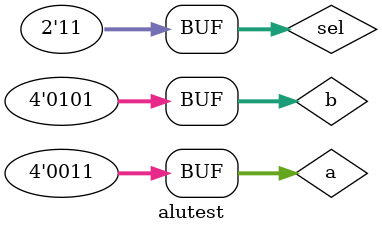
<source format=sv>
`timescale 1ns / 1ps


module alutest();
logic [3:0] a;
logic [3:0] b;
logic [1:0] sel;
logic [3:0] res;
alu dut(a,b,sel,res);
initial begin
a <= 4'b0001; b <= 4'b0101; sel <= 2'b00; #100;
a <= 4'b0101; b <= 4'b0010; #100;
sel <= 2'b01; #100;
a <= 4'b0011; b <= 4'b0101; #100;
a <= 4'b0101; b <= 4'b0011; sel <= 2'b10; #100;
a <= 4'b0011; b <= 4'b0101; sel <= 2'b11; #100;
end
endmodule

</source>
